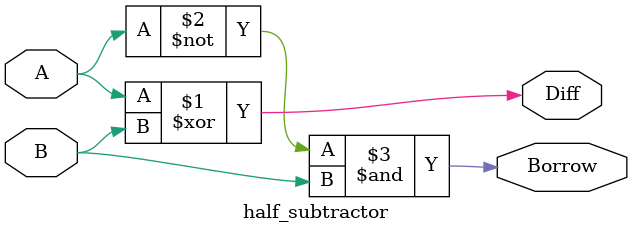
<source format=v>
module half_subtractor (input A, B, output Diff, Borrow);
	assign Diff   = A ^ B;
	assign Borrow = (~A) & B;  

endmodule


</source>
